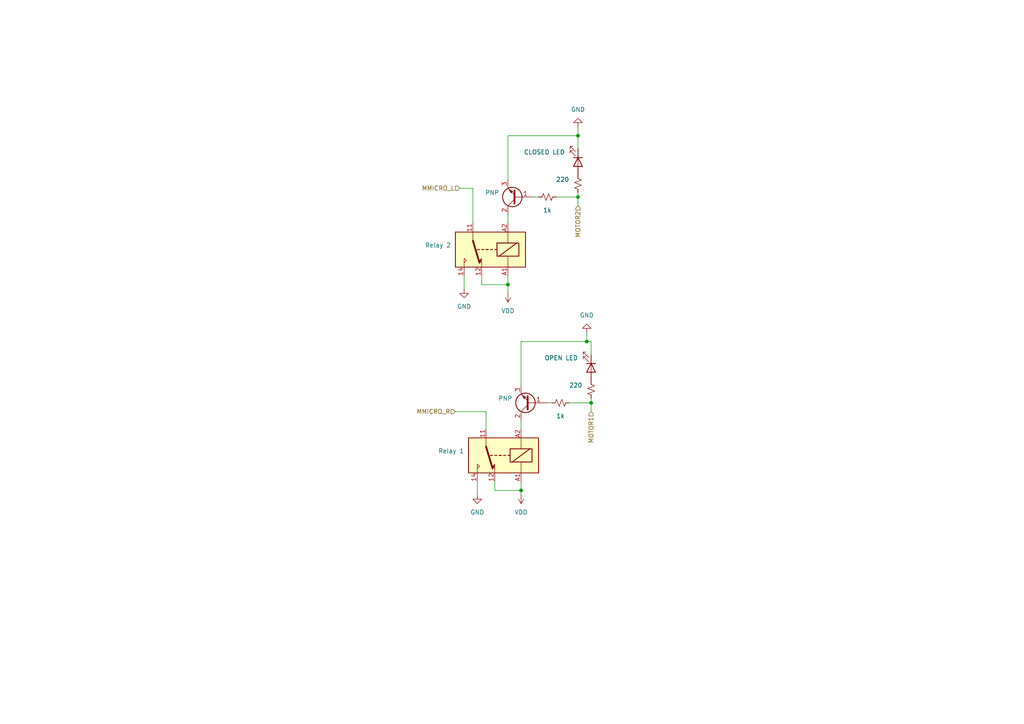
<source format=kicad_sch>
(kicad_sch
	(version 20250114)
	(generator "eeschema")
	(generator_version "9.0")
	(uuid "60effa49-9609-418a-a252-46075c017aea")
	(paper "A4")
	(lib_symbols
		(symbol "Device:LED"
			(pin_numbers
				(hide yes)
			)
			(pin_names
				(offset 1.016)
				(hide yes)
			)
			(exclude_from_sim no)
			(in_bom yes)
			(on_board yes)
			(property "Reference" "D"
				(at 0 2.54 0)
				(effects
					(font
						(size 1.27 1.27)
					)
				)
			)
			(property "Value" "LED"
				(at 0 -2.54 0)
				(effects
					(font
						(size 1.27 1.27)
					)
				)
			)
			(property "Footprint" ""
				(at 0 0 0)
				(effects
					(font
						(size 1.27 1.27)
					)
					(hide yes)
				)
			)
			(property "Datasheet" "~"
				(at 0 0 0)
				(effects
					(font
						(size 1.27 1.27)
					)
					(hide yes)
				)
			)
			(property "Description" "Light emitting diode"
				(at 0 0 0)
				(effects
					(font
						(size 1.27 1.27)
					)
					(hide yes)
				)
			)
			(property "ki_keywords" "LED diode"
				(at 0 0 0)
				(effects
					(font
						(size 1.27 1.27)
					)
					(hide yes)
				)
			)
			(property "ki_fp_filters" "LED* LED_SMD:* LED_THT:*"
				(at 0 0 0)
				(effects
					(font
						(size 1.27 1.27)
					)
					(hide yes)
				)
			)
			(symbol "LED_0_1"
				(polyline
					(pts
						(xy -3.048 -0.762) (xy -4.572 -2.286) (xy -3.81 -2.286) (xy -4.572 -2.286) (xy -4.572 -1.524)
					)
					(stroke
						(width 0)
						(type default)
					)
					(fill
						(type none)
					)
				)
				(polyline
					(pts
						(xy -1.778 -0.762) (xy -3.302 -2.286) (xy -2.54 -2.286) (xy -3.302 -2.286) (xy -3.302 -1.524)
					)
					(stroke
						(width 0)
						(type default)
					)
					(fill
						(type none)
					)
				)
				(polyline
					(pts
						(xy -1.27 0) (xy 1.27 0)
					)
					(stroke
						(width 0)
						(type default)
					)
					(fill
						(type none)
					)
				)
				(polyline
					(pts
						(xy -1.27 -1.27) (xy -1.27 1.27)
					)
					(stroke
						(width 0.254)
						(type default)
					)
					(fill
						(type none)
					)
				)
				(polyline
					(pts
						(xy 1.27 -1.27) (xy 1.27 1.27) (xy -1.27 0) (xy 1.27 -1.27)
					)
					(stroke
						(width 0.254)
						(type default)
					)
					(fill
						(type none)
					)
				)
			)
			(symbol "LED_1_1"
				(pin passive line
					(at -3.81 0 0)
					(length 2.54)
					(name "K"
						(effects
							(font
								(size 1.27 1.27)
							)
						)
					)
					(number "1"
						(effects
							(font
								(size 1.27 1.27)
							)
						)
					)
				)
				(pin passive line
					(at 3.81 0 180)
					(length 2.54)
					(name "A"
						(effects
							(font
								(size 1.27 1.27)
							)
						)
					)
					(number "2"
						(effects
							(font
								(size 1.27 1.27)
							)
						)
					)
				)
			)
			(embedded_fonts no)
		)
		(symbol "Device:R_Small_US"
			(pin_numbers
				(hide yes)
			)
			(pin_names
				(offset 0.254)
				(hide yes)
			)
			(exclude_from_sim no)
			(in_bom yes)
			(on_board yes)
			(property "Reference" "R"
				(at 0.762 0.508 0)
				(effects
					(font
						(size 1.27 1.27)
					)
					(justify left)
				)
			)
			(property "Value" "R_Small_US"
				(at 0.762 -1.016 0)
				(effects
					(font
						(size 1.27 1.27)
					)
					(justify left)
				)
			)
			(property "Footprint" ""
				(at 0 0 0)
				(effects
					(font
						(size 1.27 1.27)
					)
					(hide yes)
				)
			)
			(property "Datasheet" "~"
				(at 0 0 0)
				(effects
					(font
						(size 1.27 1.27)
					)
					(hide yes)
				)
			)
			(property "Description" "Resistor, small US symbol"
				(at 0 0 0)
				(effects
					(font
						(size 1.27 1.27)
					)
					(hide yes)
				)
			)
			(property "ki_keywords" "r resistor"
				(at 0 0 0)
				(effects
					(font
						(size 1.27 1.27)
					)
					(hide yes)
				)
			)
			(property "ki_fp_filters" "R_*"
				(at 0 0 0)
				(effects
					(font
						(size 1.27 1.27)
					)
					(hide yes)
				)
			)
			(symbol "R_Small_US_1_1"
				(polyline
					(pts
						(xy 0 1.524) (xy 1.016 1.143) (xy 0 0.762) (xy -1.016 0.381) (xy 0 0)
					)
					(stroke
						(width 0)
						(type default)
					)
					(fill
						(type none)
					)
				)
				(polyline
					(pts
						(xy 0 0) (xy 1.016 -0.381) (xy 0 -0.762) (xy -1.016 -1.143) (xy 0 -1.524)
					)
					(stroke
						(width 0)
						(type default)
					)
					(fill
						(type none)
					)
				)
				(pin passive line
					(at 0 2.54 270)
					(length 1.016)
					(name "~"
						(effects
							(font
								(size 1.27 1.27)
							)
						)
					)
					(number "1"
						(effects
							(font
								(size 1.27 1.27)
							)
						)
					)
				)
				(pin passive line
					(at 0 -2.54 90)
					(length 1.016)
					(name "~"
						(effects
							(font
								(size 1.27 1.27)
							)
						)
					)
					(number "2"
						(effects
							(font
								(size 1.27 1.27)
							)
						)
					)
				)
			)
			(embedded_fonts no)
		)
		(symbol "Relay:FINDER-36.11"
			(exclude_from_sim no)
			(in_bom yes)
			(on_board yes)
			(property "Reference" "K"
				(at 11.43 3.81 0)
				(effects
					(font
						(size 1.27 1.27)
					)
					(justify left)
				)
			)
			(property "Value" "FINDER-36.11"
				(at 11.43 1.27 0)
				(effects
					(font
						(size 1.27 1.27)
					)
					(justify left)
				)
			)
			(property "Footprint" "Relay_THT:Relay_SPDT_Finder_36.11"
				(at 32.258 -0.762 0)
				(effects
					(font
						(size 1.27 1.27)
					)
					(hide yes)
				)
			)
			(property "Datasheet" "https://gfinder.findernet.com/public/attachments/36/EN/S36EN.pdf"
				(at 0 0 0)
				(effects
					(font
						(size 1.27 1.27)
					)
					(hide yes)
				)
			)
			(property "Description" "FINDER 36.11, SPDT relay, 10A"
				(at 0 0 0)
				(effects
					(font
						(size 1.27 1.27)
					)
					(hide yes)
				)
			)
			(property "ki_keywords" "spdt relay"
				(at 0 0 0)
				(effects
					(font
						(size 1.27 1.27)
					)
					(hide yes)
				)
			)
			(property "ki_fp_filters" "Relay*SPDT*Finder*36.11*"
				(at 0 0 0)
				(effects
					(font
						(size 1.27 1.27)
					)
					(hide yes)
				)
			)
			(symbol "FINDER-36.11_0_0"
				(polyline
					(pts
						(xy 2.54 3.81) (xy 2.54 5.08)
					)
					(stroke
						(width 0)
						(type default)
					)
					(fill
						(type none)
					)
				)
				(polyline
					(pts
						(xy 7.62 3.81) (xy 7.62 5.08)
					)
					(stroke
						(width 0)
						(type default)
					)
					(fill
						(type none)
					)
				)
				(polyline
					(pts
						(xy 7.62 3.81) (xy 7.62 2.54) (xy 6.985 3.175) (xy 7.62 3.81)
					)
					(stroke
						(width 0)
						(type default)
					)
					(fill
						(type none)
					)
				)
			)
			(symbol "FINDER-36.11_0_1"
				(rectangle
					(start -10.16 5.08)
					(end 10.16 -5.08)
					(stroke
						(width 0.254)
						(type default)
					)
					(fill
						(type background)
					)
				)
				(rectangle
					(start -8.255 1.905)
					(end -1.905 -1.905)
					(stroke
						(width 0.254)
						(type default)
					)
					(fill
						(type none)
					)
				)
				(polyline
					(pts
						(xy -7.62 -1.905) (xy -2.54 1.905)
					)
					(stroke
						(width 0.254)
						(type default)
					)
					(fill
						(type none)
					)
				)
				(polyline
					(pts
						(xy -5.08 5.08) (xy -5.08 1.905)
					)
					(stroke
						(width 0)
						(type default)
					)
					(fill
						(type none)
					)
				)
				(polyline
					(pts
						(xy -5.08 -5.08) (xy -5.08 -1.905)
					)
					(stroke
						(width 0)
						(type default)
					)
					(fill
						(type none)
					)
				)
				(polyline
					(pts
						(xy -1.905 0) (xy -1.27 0)
					)
					(stroke
						(width 0.254)
						(type default)
					)
					(fill
						(type none)
					)
				)
				(polyline
					(pts
						(xy -0.635 0) (xy 0 0)
					)
					(stroke
						(width 0.254)
						(type default)
					)
					(fill
						(type none)
					)
				)
				(polyline
					(pts
						(xy 0.635 0) (xy 1.27 0)
					)
					(stroke
						(width 0.254)
						(type default)
					)
					(fill
						(type none)
					)
				)
				(polyline
					(pts
						(xy 0.635 0) (xy 1.27 0)
					)
					(stroke
						(width 0.254)
						(type default)
					)
					(fill
						(type none)
					)
				)
				(polyline
					(pts
						(xy 1.905 0) (xy 2.54 0)
					)
					(stroke
						(width 0.254)
						(type default)
					)
					(fill
						(type none)
					)
				)
				(polyline
					(pts
						(xy 2.54 2.54) (xy 3.175 3.175) (xy 2.54 3.81)
					)
					(stroke
						(width 0)
						(type default)
					)
					(fill
						(type outline)
					)
				)
				(polyline
					(pts
						(xy 3.175 0) (xy 3.81 0)
					)
					(stroke
						(width 0.254)
						(type default)
					)
					(fill
						(type none)
					)
				)
				(polyline
					(pts
						(xy 5.08 -2.54) (xy 3.175 3.81)
					)
					(stroke
						(width 0.508)
						(type default)
					)
					(fill
						(type none)
					)
				)
				(polyline
					(pts
						(xy 5.08 -2.54) (xy 5.08 -5.08)
					)
					(stroke
						(width 0)
						(type default)
					)
					(fill
						(type none)
					)
				)
			)
			(symbol "FINDER-36.11_1_1"
				(pin passive line
					(at -5.08 7.62 270)
					(length 2.54)
					(name "~"
						(effects
							(font
								(size 1.27 1.27)
							)
						)
					)
					(number "A1"
						(effects
							(font
								(size 1.27 1.27)
							)
						)
					)
				)
				(pin passive line
					(at -5.08 -7.62 90)
					(length 2.54)
					(name "~"
						(effects
							(font
								(size 1.27 1.27)
							)
						)
					)
					(number "A2"
						(effects
							(font
								(size 1.27 1.27)
							)
						)
					)
				)
				(pin passive line
					(at 2.54 7.62 270)
					(length 2.54)
					(name "~"
						(effects
							(font
								(size 1.27 1.27)
							)
						)
					)
					(number "12"
						(effects
							(font
								(size 1.27 1.27)
							)
						)
					)
				)
				(pin passive line
					(at 5.08 -7.62 90)
					(length 2.54)
					(name "~"
						(effects
							(font
								(size 1.27 1.27)
							)
						)
					)
					(number "11"
						(effects
							(font
								(size 1.27 1.27)
							)
						)
					)
				)
				(pin passive line
					(at 7.62 7.62 270)
					(length 2.54)
					(name "~"
						(effects
							(font
								(size 1.27 1.27)
							)
						)
					)
					(number "14"
						(effects
							(font
								(size 1.27 1.27)
							)
						)
					)
				)
			)
			(embedded_fonts no)
		)
		(symbol "Transistor_BJT:PZT2222A"
			(pin_names
				(offset 0)
				(hide yes)
			)
			(exclude_from_sim no)
			(in_bom yes)
			(on_board yes)
			(property "Reference" "Q"
				(at 5.08 1.905 0)
				(effects
					(font
						(size 1.27 1.27)
					)
					(justify left)
				)
			)
			(property "Value" "PZT2222A"
				(at 5.08 0 0)
				(effects
					(font
						(size 1.27 1.27)
					)
					(justify left)
				)
			)
			(property "Footprint" "Package_TO_SOT_SMD:SOT-223-3_TabPin2"
				(at 5.08 -1.905 0)
				(effects
					(font
						(size 1.27 1.27)
						(italic yes)
					)
					(justify left)
					(hide yes)
				)
			)
			(property "Datasheet" "https://www.onsemi.com/pub/Collateral/PN2222-D.PDF"
				(at 0 0 0)
				(effects
					(font
						(size 1.27 1.27)
					)
					(justify left)
					(hide yes)
				)
			)
			(property "Description" "1A Ic, 40V Vce, NPN Transistor, General Purpose Transistor, SOT-223"
				(at 0 0 0)
				(effects
					(font
						(size 1.27 1.27)
					)
					(hide yes)
				)
			)
			(property "ki_keywords" "NPN General Puprose Transistor SMD"
				(at 0 0 0)
				(effects
					(font
						(size 1.27 1.27)
					)
					(hide yes)
				)
			)
			(property "ki_fp_filters" "SOT?223*"
				(at 0 0 0)
				(effects
					(font
						(size 1.27 1.27)
					)
					(hide yes)
				)
			)
			(symbol "PZT2222A_0_1"
				(polyline
					(pts
						(xy 0 0) (xy 0.635 0)
					)
					(stroke
						(width 0)
						(type default)
					)
					(fill
						(type none)
					)
				)
				(polyline
					(pts
						(xy 0.635 1.905) (xy 0.635 -1.905) (xy 0.635 -1.905)
					)
					(stroke
						(width 0.508)
						(type default)
					)
					(fill
						(type none)
					)
				)
				(polyline
					(pts
						(xy 1.143 -1.651) (xy 1.651 -1.143) (xy 2.159 -2.159) (xy 1.143 -1.651) (xy 1.143 -1.651)
					)
					(stroke
						(width 0)
						(type default)
					)
					(fill
						(type outline)
					)
				)
				(circle
					(center 1.27 0)
					(radius 2.8194)
					(stroke
						(width 0.254)
						(type default)
					)
					(fill
						(type none)
					)
				)
				(polyline
					(pts
						(xy 2.286 -2.286) (xy 1.778 -1.778) (xy 1.778 -1.778)
					)
					(stroke
						(width 0)
						(type default)
					)
					(fill
						(type none)
					)
				)
				(polyline
					(pts
						(xy 2.54 2.54) (xy 0.635 0.635)
					)
					(stroke
						(width 0)
						(type default)
					)
					(fill
						(type none)
					)
				)
				(polyline
					(pts
						(xy 2.54 -2.54) (xy 0.635 -0.635)
					)
					(stroke
						(width 0)
						(type default)
					)
					(fill
						(type none)
					)
				)
			)
			(symbol "PZT2222A_1_1"
				(pin input line
					(at -5.08 0 0)
					(length 5.08)
					(name "B"
						(effects
							(font
								(size 1.27 1.27)
							)
						)
					)
					(number "1"
						(effects
							(font
								(size 1.27 1.27)
							)
						)
					)
				)
				(pin passive line
					(at 2.54 5.08 270)
					(length 2.54)
					(name "C"
						(effects
							(font
								(size 1.27 1.27)
							)
						)
					)
					(number "2"
						(effects
							(font
								(size 1.27 1.27)
							)
						)
					)
				)
				(pin passive line
					(at 2.54 -5.08 90)
					(length 2.54)
					(name "E"
						(effects
							(font
								(size 1.27 1.27)
							)
						)
					)
					(number "3"
						(effects
							(font
								(size 1.27 1.27)
							)
						)
					)
				)
			)
			(embedded_fonts no)
		)
		(symbol "power:GND"
			(power)
			(pin_numbers
				(hide yes)
			)
			(pin_names
				(offset 0)
				(hide yes)
			)
			(exclude_from_sim no)
			(in_bom yes)
			(on_board yes)
			(property "Reference" "#PWR"
				(at 0 -6.35 0)
				(effects
					(font
						(size 1.27 1.27)
					)
					(hide yes)
				)
			)
			(property "Value" "GND"
				(at 0 -3.81 0)
				(effects
					(font
						(size 1.27 1.27)
					)
				)
			)
			(property "Footprint" ""
				(at 0 0 0)
				(effects
					(font
						(size 1.27 1.27)
					)
					(hide yes)
				)
			)
			(property "Datasheet" ""
				(at 0 0 0)
				(effects
					(font
						(size 1.27 1.27)
					)
					(hide yes)
				)
			)
			(property "Description" "Power symbol creates a global label with name \"GND\" , ground"
				(at 0 0 0)
				(effects
					(font
						(size 1.27 1.27)
					)
					(hide yes)
				)
			)
			(property "ki_keywords" "global power"
				(at 0 0 0)
				(effects
					(font
						(size 1.27 1.27)
					)
					(hide yes)
				)
			)
			(symbol "GND_0_1"
				(polyline
					(pts
						(xy 0 0) (xy 0 -1.27) (xy 1.27 -1.27) (xy 0 -2.54) (xy -1.27 -1.27) (xy 0 -1.27)
					)
					(stroke
						(width 0)
						(type default)
					)
					(fill
						(type none)
					)
				)
			)
			(symbol "GND_1_1"
				(pin power_in line
					(at 0 0 270)
					(length 0)
					(name "~"
						(effects
							(font
								(size 1.27 1.27)
							)
						)
					)
					(number "1"
						(effects
							(font
								(size 1.27 1.27)
							)
						)
					)
				)
			)
			(embedded_fonts no)
		)
		(symbol "power:VDD"
			(power)
			(pin_numbers
				(hide yes)
			)
			(pin_names
				(offset 0)
				(hide yes)
			)
			(exclude_from_sim no)
			(in_bom yes)
			(on_board yes)
			(property "Reference" "#PWR"
				(at 0 -3.81 0)
				(effects
					(font
						(size 1.27 1.27)
					)
					(hide yes)
				)
			)
			(property "Value" "VDD"
				(at 0 3.556 0)
				(effects
					(font
						(size 1.27 1.27)
					)
				)
			)
			(property "Footprint" ""
				(at 0 0 0)
				(effects
					(font
						(size 1.27 1.27)
					)
					(hide yes)
				)
			)
			(property "Datasheet" ""
				(at 0 0 0)
				(effects
					(font
						(size 1.27 1.27)
					)
					(hide yes)
				)
			)
			(property "Description" "Power symbol creates a global label with name \"VDD\""
				(at 0 0 0)
				(effects
					(font
						(size 1.27 1.27)
					)
					(hide yes)
				)
			)
			(property "ki_keywords" "global power"
				(at 0 0 0)
				(effects
					(font
						(size 1.27 1.27)
					)
					(hide yes)
				)
			)
			(symbol "VDD_0_1"
				(polyline
					(pts
						(xy -0.762 1.27) (xy 0 2.54)
					)
					(stroke
						(width 0)
						(type default)
					)
					(fill
						(type none)
					)
				)
				(polyline
					(pts
						(xy 0 2.54) (xy 0.762 1.27)
					)
					(stroke
						(width 0)
						(type default)
					)
					(fill
						(type none)
					)
				)
				(polyline
					(pts
						(xy 0 0) (xy 0 2.54)
					)
					(stroke
						(width 0)
						(type default)
					)
					(fill
						(type none)
					)
				)
			)
			(symbol "VDD_1_1"
				(pin power_in line
					(at 0 0 90)
					(length 0)
					(name "~"
						(effects
							(font
								(size 1.27 1.27)
							)
						)
					)
					(number "1"
						(effects
							(font
								(size 1.27 1.27)
							)
						)
					)
				)
			)
			(embedded_fonts no)
		)
	)
	(junction
		(at 147.32 82.55)
		(diameter 0)
		(color 0 0 0 0)
		(uuid "22b56f68-da36-49c2-83db-c04fd4285f5a")
	)
	(junction
		(at 167.64 57.15)
		(diameter 0)
		(color 0 0 0 0)
		(uuid "54887207-2476-4786-8225-4bf92e70a450")
	)
	(junction
		(at 170.18 99.06)
		(diameter 0)
		(color 0 0 0 0)
		(uuid "561213c9-2a5f-42c7-98bc-f4b27cc9dcd9")
	)
	(junction
		(at 151.13 142.24)
		(diameter 0)
		(color 0 0 0 0)
		(uuid "5bc07159-fa00-4d8a-b85f-886902cc417f")
	)
	(junction
		(at 167.64 39.37)
		(diameter 0)
		(color 0 0 0 0)
		(uuid "b17af54d-c0ce-465b-bafd-3ca5f802bc45")
	)
	(junction
		(at 171.45 116.84)
		(diameter 0)
		(color 0 0 0 0)
		(uuid "e0e8c5fe-ccee-4fb1-8247-88dff42fdbae")
	)
	(wire
		(pts
			(xy 147.32 82.55) (xy 147.32 85.09)
		)
		(stroke
			(width 0)
			(type default)
		)
		(uuid "04d33e46-829e-498a-bd1b-9a49cd1acc91")
	)
	(wire
		(pts
			(xy 143.51 142.24) (xy 151.13 142.24)
		)
		(stroke
			(width 0)
			(type default)
		)
		(uuid "090b7fc3-e456-44c3-ab40-af243f926f3c")
	)
	(wire
		(pts
			(xy 167.64 55.88) (xy 167.64 57.15)
		)
		(stroke
			(width 0)
			(type default)
		)
		(uuid "20960f24-e64e-4516-bc87-52d5e2772124")
	)
	(wire
		(pts
			(xy 171.45 99.06) (xy 170.18 99.06)
		)
		(stroke
			(width 0)
			(type default)
		)
		(uuid "2218a9e0-2ba5-47fa-9eb5-8cb9dfe25ab7")
	)
	(wire
		(pts
			(xy 167.64 43.18) (xy 167.64 39.37)
		)
		(stroke
			(width 0)
			(type default)
		)
		(uuid "240337e1-8868-44b5-9293-071788158e3e")
	)
	(wire
		(pts
			(xy 147.32 39.37) (xy 167.64 39.37)
		)
		(stroke
			(width 0)
			(type default)
		)
		(uuid "24e490cc-21fa-4576-87d9-a98e81c55181")
	)
	(wire
		(pts
			(xy 167.64 59.69) (xy 167.64 57.15)
		)
		(stroke
			(width 0)
			(type default)
		)
		(uuid "288e52ea-a3e1-422c-bdb6-8ee44ad1bccd")
	)
	(wire
		(pts
			(xy 156.21 57.15) (xy 154.94 57.15)
		)
		(stroke
			(width 0)
			(type default)
		)
		(uuid "4762e8e7-aa11-4966-b77d-8cd13ff154b5")
	)
	(wire
		(pts
			(xy 147.32 80.01) (xy 147.32 82.55)
		)
		(stroke
			(width 0)
			(type default)
		)
		(uuid "5236d0b3-51e7-4941-ad06-ec396294b0ac")
	)
	(wire
		(pts
			(xy 147.32 62.23) (xy 147.32 64.77)
		)
		(stroke
			(width 0)
			(type default)
		)
		(uuid "58a9a9c0-824a-481d-b08f-c4cbbb1d3bb3")
	)
	(wire
		(pts
			(xy 160.02 116.84) (xy 158.75 116.84)
		)
		(stroke
			(width 0)
			(type default)
		)
		(uuid "5eb512d3-694d-4dd7-8013-24e803555f88")
	)
	(wire
		(pts
			(xy 171.45 119.38) (xy 171.45 116.84)
		)
		(stroke
			(width 0)
			(type default)
		)
		(uuid "62b28150-1222-483d-b1d0-22405f972212")
	)
	(wire
		(pts
			(xy 170.18 99.06) (xy 170.18 96.52)
		)
		(stroke
			(width 0)
			(type default)
		)
		(uuid "67b5a06a-5cae-4f59-8895-4a795165b7a1")
	)
	(wire
		(pts
			(xy 171.45 115.57) (xy 171.45 116.84)
		)
		(stroke
			(width 0)
			(type default)
		)
		(uuid "6b5d3cc7-d987-4feb-90f6-e396e1a94a36")
	)
	(wire
		(pts
			(xy 132.08 119.38) (xy 140.97 119.38)
		)
		(stroke
			(width 0)
			(type default)
		)
		(uuid "7065527d-962d-415a-bcaa-2b12088901c5")
	)
	(wire
		(pts
			(xy 139.7 80.01) (xy 139.7 82.55)
		)
		(stroke
			(width 0)
			(type default)
		)
		(uuid "752a2965-edef-4971-b98f-8e30b1c07753")
	)
	(wire
		(pts
			(xy 167.64 39.37) (xy 167.64 36.83)
		)
		(stroke
			(width 0)
			(type default)
		)
		(uuid "7651d260-4514-4a7b-bb9c-112af9ea0d08")
	)
	(wire
		(pts
			(xy 138.43 143.51) (xy 138.43 139.7)
		)
		(stroke
			(width 0)
			(type default)
		)
		(uuid "7aeeca32-33ec-4c03-b5a2-ceb5e7cb1f5f")
	)
	(wire
		(pts
			(xy 140.97 119.38) (xy 140.97 124.46)
		)
		(stroke
			(width 0)
			(type default)
		)
		(uuid "826b76c8-ccac-4619-87f3-18a6e958ea0d")
	)
	(wire
		(pts
			(xy 165.1 116.84) (xy 171.45 116.84)
		)
		(stroke
			(width 0)
			(type default)
		)
		(uuid "8e16d844-fe03-4920-a429-c8467b12f7ca")
	)
	(wire
		(pts
			(xy 151.13 99.06) (xy 151.13 111.76)
		)
		(stroke
			(width 0)
			(type default)
		)
		(uuid "96171acf-e93f-4bdf-b898-59bf4f7859c3")
	)
	(wire
		(pts
			(xy 134.62 83.82) (xy 134.62 80.01)
		)
		(stroke
			(width 0)
			(type default)
		)
		(uuid "a2535672-bf36-4a2f-b080-949d5c9a2eac")
	)
	(wire
		(pts
			(xy 151.13 99.06) (xy 170.18 99.06)
		)
		(stroke
			(width 0)
			(type default)
		)
		(uuid "a5e27b21-0e63-4e05-a884-014c7b9a33ef")
	)
	(wire
		(pts
			(xy 151.13 142.24) (xy 151.13 143.51)
		)
		(stroke
			(width 0)
			(type default)
		)
		(uuid "b1136de7-3786-46de-b798-890084b135bf")
	)
	(wire
		(pts
			(xy 151.13 139.7) (xy 151.13 142.24)
		)
		(stroke
			(width 0)
			(type default)
		)
		(uuid "b175cac4-1bb0-4b12-98ea-4e3fd9e56fbf")
	)
	(wire
		(pts
			(xy 137.16 54.61) (xy 137.16 64.77)
		)
		(stroke
			(width 0)
			(type default)
		)
		(uuid "b1f33d61-9d20-404e-b881-ca239108f9ef")
	)
	(wire
		(pts
			(xy 139.7 82.55) (xy 147.32 82.55)
		)
		(stroke
			(width 0)
			(type default)
		)
		(uuid "bcd55d8b-549d-4aa0-8a97-ada899444eff")
	)
	(wire
		(pts
			(xy 161.29 57.15) (xy 167.64 57.15)
		)
		(stroke
			(width 0)
			(type default)
		)
		(uuid "c207ede2-f4b3-4284-a552-cfdbe6eebd68")
	)
	(wire
		(pts
			(xy 143.51 139.7) (xy 143.51 142.24)
		)
		(stroke
			(width 0)
			(type default)
		)
		(uuid "c2c2cf9e-c8af-42c6-8c0a-363fed5c9f8e")
	)
	(wire
		(pts
			(xy 137.16 54.61) (xy 133.35 54.61)
		)
		(stroke
			(width 0)
			(type default)
		)
		(uuid "d01fbdc8-e642-4b18-a769-1d84c9372fc0")
	)
	(wire
		(pts
			(xy 151.13 121.92) (xy 151.13 124.46)
		)
		(stroke
			(width 0)
			(type default)
		)
		(uuid "d487787b-703c-4c5d-b98f-7e5eee82a9e7")
	)
	(wire
		(pts
			(xy 171.45 102.87) (xy 171.45 99.06)
		)
		(stroke
			(width 0)
			(type default)
		)
		(uuid "dd83c011-0f28-4232-968d-b26489f95021")
	)
	(wire
		(pts
			(xy 147.32 39.37) (xy 147.32 52.07)
		)
		(stroke
			(width 0)
			(type default)
		)
		(uuid "ec7a9b39-d5d6-4e74-afee-472ad4c47bcb")
	)
	(hierarchical_label "MOTOR1"
		(shape input)
		(at 171.45 119.38 270)
		(effects
			(font
				(size 1.27 1.27)
			)
			(justify right)
		)
		(uuid "98e1d8be-46a9-402b-ac0f-12483066a078")
	)
	(hierarchical_label "MMICRO_R"
		(shape input)
		(at 132.08 119.38 180)
		(effects
			(font
				(size 1.27 1.27)
			)
			(justify right)
		)
		(uuid "c4966b13-6478-4620-8e43-cbc3e5f6f2f9")
	)
	(hierarchical_label "MMICRO_L"
		(shape input)
		(at 133.35 54.61 180)
		(effects
			(font
				(size 1.27 1.27)
			)
			(justify right)
		)
		(uuid "cf4a55a1-ac12-467a-bd1e-1425af98482b")
	)
	(hierarchical_label "MOTOR2"
		(shape input)
		(at 167.64 59.69 270)
		(effects
			(font
				(size 1.27 1.27)
			)
			(justify right)
		)
		(uuid "e34c62da-a433-44e2-8ce0-d17f036acf8b")
	)
	(symbol
		(lib_id "power:VDD")
		(at 151.13 143.51 180)
		(unit 1)
		(exclude_from_sim no)
		(in_bom yes)
		(on_board yes)
		(dnp no)
		(fields_autoplaced yes)
		(uuid "218c7ad4-62b3-4d07-9de7-7311882fa0d3")
		(property "Reference" "#PWR?"
			(at 151.13 139.7 0)
			(effects
				(font
					(size 1.27 1.27)
				)
				(hide yes)
			)
		)
		(property "Value" "VDD"
			(at 151.13 148.59 0)
			(effects
				(font
					(size 1.27 1.27)
				)
			)
		)
		(property "Footprint" ""
			(at 151.13 143.51 0)
			(effects
				(font
					(size 1.27 1.27)
				)
				(hide yes)
			)
		)
		(property "Datasheet" ""
			(at 151.13 143.51 0)
			(effects
				(font
					(size 1.27 1.27)
				)
				(hide yes)
			)
		)
		(property "Description" "Power symbol creates a global label with name \"VDD\""
			(at 151.13 143.51 0)
			(effects
				(font
					(size 1.27 1.27)
				)
				(hide yes)
			)
		)
		(pin "1"
			(uuid "8af8caec-1ff0-4538-afc6-d84c2df9b89d")
		)
		(instances
			(project "Proyecto board puerta"
				(path "/10750c3a-d383-45d6-b98c-cd879b600e84/470d22ce-1fe2-4179-8d6b-55797b69dbf4/842155f9-e599-44a4-a3e5-6e181bbdea1b"
					(reference "#PWR16")
					(unit 1)
				)
			)
			(project "Board_Micro"
				(path "/3cb296a1-9e0c-4907-aed5-6e47af9676c7/842155f9-e599-44a4-a3e5-6e181bbdea1b"
					(reference "#PWR?")
					(unit 1)
				)
			)
			(project "motor_driver_rly"
				(path "/60effa49-9609-418a-a252-46075c017aea"
					(reference "#PWR?")
					(unit 1)
				)
			)
		)
	)
	(symbol
		(lib_id "power:GND")
		(at 167.64 36.83 180)
		(unit 1)
		(exclude_from_sim no)
		(in_bom yes)
		(on_board yes)
		(dnp no)
		(fields_autoplaced yes)
		(uuid "22b4c582-a2c8-4770-ae32-9b91b00fdb78")
		(property "Reference" "#PWR?"
			(at 167.64 30.48 0)
			(effects
				(font
					(size 1.27 1.27)
				)
				(hide yes)
			)
		)
		(property "Value" "GND"
			(at 167.64 31.75 0)
			(effects
				(font
					(size 1.27 1.27)
				)
			)
		)
		(property "Footprint" ""
			(at 167.64 36.83 0)
			(effects
				(font
					(size 1.27 1.27)
				)
				(hide yes)
			)
		)
		(property "Datasheet" ""
			(at 167.64 36.83 0)
			(effects
				(font
					(size 1.27 1.27)
				)
				(hide yes)
			)
		)
		(property "Description" "Power symbol creates a global label with name \"GND\" , ground"
			(at 167.64 36.83 0)
			(effects
				(font
					(size 1.27 1.27)
				)
				(hide yes)
			)
		)
		(pin "1"
			(uuid "eb495bd4-0e1b-495d-9492-f309f40c2551")
		)
		(instances
			(project "Proyecto board puerta"
				(path "/10750c3a-d383-45d6-b98c-cd879b600e84/470d22ce-1fe2-4179-8d6b-55797b69dbf4/842155f9-e599-44a4-a3e5-6e181bbdea1b"
					(reference "#PWR13")
					(unit 1)
				)
			)
			(project "Board_Micro"
				(path "/3cb296a1-9e0c-4907-aed5-6e47af9676c7/842155f9-e599-44a4-a3e5-6e181bbdea1b"
					(reference "#PWR?")
					(unit 1)
				)
			)
			(project "motor_driver_rly"
				(path "/60effa49-9609-418a-a252-46075c017aea"
					(reference "#PWR?")
					(unit 1)
				)
			)
		)
	)
	(symbol
		(lib_id "Device:LED")
		(at 171.45 106.68 270)
		(unit 1)
		(exclude_from_sim no)
		(in_bom yes)
		(on_board yes)
		(dnp no)
		(fields_autoplaced yes)
		(uuid "24e0c933-f678-431a-8459-0408cc23f360")
		(property "Reference" "D?"
			(at 167.64 106.3626 90)
			(effects
				(font
					(size 1.27 1.27)
				)
				(justify right)
				(hide yes)
			)
		)
		(property "Value" "OPEN LED"
			(at 167.64 103.8226 90)
			(effects
				(font
					(size 1.27 1.27)
				)
				(justify right)
			)
		)
		(property "Footprint" "LED_SMD:LED_0402_1005Metric"
			(at 171.45 106.68 0)
			(effects
				(font
					(size 1.27 1.27)
				)
				(hide yes)
			)
		)
		(property "Datasheet" "~"
			(at 171.45 106.68 0)
			(effects
				(font
					(size 1.27 1.27)
				)
				(hide yes)
			)
		)
		(property "Description" "Light emitting diode"
			(at 171.45 106.68 0)
			(effects
				(font
					(size 1.27 1.27)
				)
				(hide yes)
			)
		)
		(pin "1"
			(uuid "95c9a6a8-e5e4-48b3-b337-ee8b5d1cb8ba")
		)
		(pin "2"
			(uuid "c2103ba2-0537-41d1-a635-91b2284396ec")
		)
		(instances
			(project "Proyecto board puerta"
				(path "/10750c3a-d383-45d6-b98c-cd879b600e84/470d22ce-1fe2-4179-8d6b-55797b69dbf4/842155f9-e599-44a4-a3e5-6e181bbdea1b"
					(reference "D5")
					(unit 1)
				)
			)
			(project "Board_Micro"
				(path "/3cb296a1-9e0c-4907-aed5-6e47af9676c7/842155f9-e599-44a4-a3e5-6e181bbdea1b"
					(reference "D?")
					(unit 1)
				)
			)
			(project "motor_driver_rly"
				(path "/60effa49-9609-418a-a252-46075c017aea"
					(reference "D?")
					(unit 1)
				)
			)
		)
	)
	(symbol
		(lib_id "power:GND")
		(at 134.62 83.82 0)
		(unit 1)
		(exclude_from_sim no)
		(in_bom yes)
		(on_board yes)
		(dnp no)
		(fields_autoplaced yes)
		(uuid "484eca29-9a18-4098-bcee-3203cacff102")
		(property "Reference" "#PWR?"
			(at 134.62 90.17 0)
			(effects
				(font
					(size 1.27 1.27)
				)
				(hide yes)
			)
		)
		(property "Value" "GND"
			(at 134.62 88.9 0)
			(effects
				(font
					(size 1.27 1.27)
				)
			)
		)
		(property "Footprint" ""
			(at 134.62 83.82 0)
			(effects
				(font
					(size 1.27 1.27)
				)
				(hide yes)
			)
		)
		(property "Datasheet" ""
			(at 134.62 83.82 0)
			(effects
				(font
					(size 1.27 1.27)
				)
				(hide yes)
			)
		)
		(property "Description" "Power symbol creates a global label with name \"GND\" , ground"
			(at 134.62 83.82 0)
			(effects
				(font
					(size 1.27 1.27)
				)
				(hide yes)
			)
		)
		(pin "1"
			(uuid "b92be355-d971-45c4-a812-54d130f393d4")
		)
		(instances
			(project "Proyecto board puerta"
				(path "/10750c3a-d383-45d6-b98c-cd879b600e84/470d22ce-1fe2-4179-8d6b-55797b69dbf4/842155f9-e599-44a4-a3e5-6e181bbdea1b"
					(reference "#PWR2")
					(unit 1)
				)
			)
			(project "Board_Micro"
				(path "/3cb296a1-9e0c-4907-aed5-6e47af9676c7/842155f9-e599-44a4-a3e5-6e181bbdea1b"
					(reference "#PWR?")
					(unit 1)
				)
			)
			(project "motor_driver_rly"
				(path "/60effa49-9609-418a-a252-46075c017aea"
					(reference "#PWR?")
					(unit 1)
				)
			)
		)
	)
	(symbol
		(lib_id "power:GND")
		(at 170.18 96.52 180)
		(unit 1)
		(exclude_from_sim no)
		(in_bom yes)
		(on_board yes)
		(dnp no)
		(fields_autoplaced yes)
		(uuid "6907484b-7be9-4392-8975-97461835ec2a")
		(property "Reference" "#PWR?"
			(at 170.18 90.17 0)
			(effects
				(font
					(size 1.27 1.27)
				)
				(hide yes)
			)
		)
		(property "Value" "GND"
			(at 170.18 91.44 0)
			(effects
				(font
					(size 1.27 1.27)
				)
			)
		)
		(property "Footprint" ""
			(at 170.18 96.52 0)
			(effects
				(font
					(size 1.27 1.27)
				)
				(hide yes)
			)
		)
		(property "Datasheet" ""
			(at 170.18 96.52 0)
			(effects
				(font
					(size 1.27 1.27)
				)
				(hide yes)
			)
		)
		(property "Description" "Power symbol creates a global label with name \"GND\" , ground"
			(at 170.18 96.52 0)
			(effects
				(font
					(size 1.27 1.27)
				)
				(hide yes)
			)
		)
		(pin "1"
			(uuid "03432911-59b5-4bdc-ab4a-2945f7a8f20d")
		)
		(instances
			(project "Proyecto board puerta"
				(path "/10750c3a-d383-45d6-b98c-cd879b600e84/470d22ce-1fe2-4179-8d6b-55797b69dbf4/842155f9-e599-44a4-a3e5-6e181bbdea1b"
					(reference "#PWR48")
					(unit 1)
				)
			)
			(project "Board_Micro"
				(path "/3cb296a1-9e0c-4907-aed5-6e47af9676c7/842155f9-e599-44a4-a3e5-6e181bbdea1b"
					(reference "#PWR?")
					(unit 1)
				)
			)
			(project "motor_driver_rly"
				(path "/60effa49-9609-418a-a252-46075c017aea"
					(reference "#PWR?")
					(unit 1)
				)
			)
		)
	)
	(symbol
		(lib_id "power:VDD")
		(at 147.32 85.09 180)
		(unit 1)
		(exclude_from_sim no)
		(in_bom yes)
		(on_board yes)
		(dnp no)
		(fields_autoplaced yes)
		(uuid "813af0fc-cde4-4efd-a989-ce57c3887f6e")
		(property "Reference" "#PWR?"
			(at 147.32 81.28 0)
			(effects
				(font
					(size 1.27 1.27)
				)
				(hide yes)
			)
		)
		(property "Value" "VDD"
			(at 147.32 90.17 0)
			(effects
				(font
					(size 1.27 1.27)
				)
			)
		)
		(property "Footprint" ""
			(at 147.32 85.09 0)
			(effects
				(font
					(size 1.27 1.27)
				)
				(hide yes)
			)
		)
		(property "Datasheet" ""
			(at 147.32 85.09 0)
			(effects
				(font
					(size 1.27 1.27)
				)
				(hide yes)
			)
		)
		(property "Description" "Power symbol creates a global label with name \"VDD\""
			(at 147.32 85.09 0)
			(effects
				(font
					(size 1.27 1.27)
				)
				(hide yes)
			)
		)
		(pin "1"
			(uuid "e08a76b6-c3e8-41b0-9bb7-6a849b823693")
		)
		(instances
			(project "Proyecto board puerta"
				(path "/10750c3a-d383-45d6-b98c-cd879b600e84/470d22ce-1fe2-4179-8d6b-55797b69dbf4/842155f9-e599-44a4-a3e5-6e181bbdea1b"
					(reference "#PWR15")
					(unit 1)
				)
			)
			(project "Board_Micro"
				(path "/3cb296a1-9e0c-4907-aed5-6e47af9676c7/842155f9-e599-44a4-a3e5-6e181bbdea1b"
					(reference "#PWR?")
					(unit 1)
				)
			)
			(project "motor_driver_rly"
				(path "/60effa49-9609-418a-a252-46075c017aea"
					(reference "#PWR?")
					(unit 1)
				)
			)
		)
	)
	(symbol
		(lib_id "Device:R_Small_US")
		(at 167.64 53.34 0)
		(unit 1)
		(exclude_from_sim no)
		(in_bom yes)
		(on_board yes)
		(dnp no)
		(fields_autoplaced yes)
		(uuid "8856d13a-afe2-49f5-af54-fc3b8d43a635")
		(property "Reference" "R?"
			(at 165.1 54.6101 0)
			(effects
				(font
					(size 1.27 1.27)
				)
				(justify right)
				(hide yes)
			)
		)
		(property "Value" "220"
			(at 165.1 52.0701 0)
			(effects
				(font
					(size 1.27 1.27)
				)
				(justify right)
			)
		)
		(property "Footprint" "Resistor_SMD:R_0402_1005Metric"
			(at 167.64 53.34 0)
			(effects
				(font
					(size 1.27 1.27)
				)
				(hide yes)
			)
		)
		(property "Datasheet" "~"
			(at 167.64 53.34 0)
			(effects
				(font
					(size 1.27 1.27)
				)
				(hide yes)
			)
		)
		(property "Description" "Resistor, small US symbol"
			(at 167.64 53.34 0)
			(effects
				(font
					(size 1.27 1.27)
				)
				(hide yes)
			)
		)
		(pin "2"
			(uuid "c83d7f25-8ee8-495f-a929-11bcb98b9093")
		)
		(pin "1"
			(uuid "688e5f6b-b17c-43d1-9298-e6067f85bf0d")
		)
		(instances
			(project "Proyecto board puerta"
				(path "/10750c3a-d383-45d6-b98c-cd879b600e84/470d22ce-1fe2-4179-8d6b-55797b69dbf4/842155f9-e599-44a4-a3e5-6e181bbdea1b"
					(reference "R19")
					(unit 1)
				)
			)
			(project "Board_Micro"
				(path "/3cb296a1-9e0c-4907-aed5-6e47af9676c7/842155f9-e599-44a4-a3e5-6e181bbdea1b"
					(reference "R?")
					(unit 1)
				)
			)
			(project "motor_driver_rly"
				(path "/60effa49-9609-418a-a252-46075c017aea"
					(reference "R?")
					(unit 1)
				)
			)
		)
	)
	(symbol
		(lib_id "Device:R_Small_US")
		(at 162.56 116.84 270)
		(unit 1)
		(exclude_from_sim no)
		(in_bom yes)
		(on_board yes)
		(dnp no)
		(fields_autoplaced yes)
		(uuid "98e548a4-fd5e-4ddd-a14b-4a9451dbec53")
		(property "Reference" "R?"
			(at 162.56 123.19 90)
			(effects
				(font
					(size 1.27 1.27)
				)
				(hide yes)
			)
		)
		(property "Value" "1k"
			(at 162.56 120.65 90)
			(effects
				(font
					(size 1.27 1.27)
				)
			)
		)
		(property "Footprint" "Resistor_SMD:R_0402_1005Metric"
			(at 162.56 116.84 0)
			(effects
				(font
					(size 1.27 1.27)
				)
				(hide yes)
			)
		)
		(property "Datasheet" "~"
			(at 162.56 116.84 0)
			(effects
				(font
					(size 1.27 1.27)
				)
				(hide yes)
			)
		)
		(property "Description" "Resistor, small US symbol"
			(at 162.56 116.84 0)
			(effects
				(font
					(size 1.27 1.27)
				)
				(hide yes)
			)
		)
		(pin "2"
			(uuid "4923edbf-ceac-403f-995e-fe5acc13b458")
		)
		(pin "1"
			(uuid "de1e2bae-7d37-40f0-bd0b-e604fec32ee8")
		)
		(instances
			(project "Proyecto board puerta"
				(path "/10750c3a-d383-45d6-b98c-cd879b600e84/470d22ce-1fe2-4179-8d6b-55797b69dbf4/842155f9-e599-44a4-a3e5-6e181bbdea1b"
					(reference "R20")
					(unit 1)
				)
			)
			(project "Board_Micro"
				(path "/3cb296a1-9e0c-4907-aed5-6e47af9676c7/842155f9-e599-44a4-a3e5-6e181bbdea1b"
					(reference "R?")
					(unit 1)
				)
			)
			(project "motor_driver_rly"
				(path "/60effa49-9609-418a-a252-46075c017aea"
					(reference "R?")
					(unit 1)
				)
			)
		)
	)
	(symbol
		(lib_id "power:GND")
		(at 138.43 143.51 0)
		(unit 1)
		(exclude_from_sim no)
		(in_bom yes)
		(on_board yes)
		(dnp no)
		(fields_autoplaced yes)
		(uuid "a261ce23-ade1-45bc-b652-c6c838e92cbb")
		(property "Reference" "#PWR?"
			(at 138.43 149.86 0)
			(effects
				(font
					(size 1.27 1.27)
				)
				(hide yes)
			)
		)
		(property "Value" "GND"
			(at 138.43 148.59 0)
			(effects
				(font
					(size 1.27 1.27)
				)
			)
		)
		(property "Footprint" ""
			(at 138.43 143.51 0)
			(effects
				(font
					(size 1.27 1.27)
				)
				(hide yes)
			)
		)
		(property "Datasheet" ""
			(at 138.43 143.51 0)
			(effects
				(font
					(size 1.27 1.27)
				)
				(hide yes)
			)
		)
		(property "Description" "Power symbol creates a global label with name \"GND\" , ground"
			(at 138.43 143.51 0)
			(effects
				(font
					(size 1.27 1.27)
				)
				(hide yes)
			)
		)
		(pin "1"
			(uuid "0d95cfef-a024-482d-a5e5-e83306e26810")
		)
		(instances
			(project "Proyecto board puerta"
				(path "/10750c3a-d383-45d6-b98c-cd879b600e84/470d22ce-1fe2-4179-8d6b-55797b69dbf4/842155f9-e599-44a4-a3e5-6e181bbdea1b"
					(reference "#PWR14")
					(unit 1)
				)
			)
			(project "Board_Micro"
				(path "/3cb296a1-9e0c-4907-aed5-6e47af9676c7/842155f9-e599-44a4-a3e5-6e181bbdea1b"
					(reference "#PWR?")
					(unit 1)
				)
			)
			(project "motor_driver_rly"
				(path "/60effa49-9609-418a-a252-46075c017aea"
					(reference "#PWR?")
					(unit 1)
				)
			)
		)
	)
	(symbol
		(lib_id "Device:R_Small_US")
		(at 158.75 57.15 270)
		(unit 1)
		(exclude_from_sim no)
		(in_bom yes)
		(on_board yes)
		(dnp no)
		(fields_autoplaced yes)
		(uuid "ab4e038f-da2e-42e6-9420-e5105b1e355b")
		(property "Reference" "R?"
			(at 158.75 63.5 90)
			(effects
				(font
					(size 1.27 1.27)
				)
				(hide yes)
			)
		)
		(property "Value" "1k"
			(at 158.75 60.96 90)
			(effects
				(font
					(size 1.27 1.27)
				)
			)
		)
		(property "Footprint" "Resistor_SMD:R_0402_1005Metric"
			(at 158.75 57.15 0)
			(effects
				(font
					(size 1.27 1.27)
				)
				(hide yes)
			)
		)
		(property "Datasheet" "~"
			(at 158.75 57.15 0)
			(effects
				(font
					(size 1.27 1.27)
				)
				(hide yes)
			)
		)
		(property "Description" "Resistor, small US symbol"
			(at 158.75 57.15 0)
			(effects
				(font
					(size 1.27 1.27)
				)
				(hide yes)
			)
		)
		(pin "2"
			(uuid "8ecad1b2-4cbe-47c6-84a2-5322f0d78cde")
		)
		(pin "1"
			(uuid "db2fde15-c972-4ec3-bebf-49ea7ad39369")
		)
		(instances
			(project "Proyecto board puerta"
				(path "/10750c3a-d383-45d6-b98c-cd879b600e84/470d22ce-1fe2-4179-8d6b-55797b69dbf4/842155f9-e599-44a4-a3e5-6e181bbdea1b"
					(reference "R18")
					(unit 1)
				)
			)
			(project "Board_Micro"
				(path "/3cb296a1-9e0c-4907-aed5-6e47af9676c7/842155f9-e599-44a4-a3e5-6e181bbdea1b"
					(reference "R?")
					(unit 1)
				)
			)
			(project "motor_driver_rly"
				(path "/60effa49-9609-418a-a252-46075c017aea"
					(reference "R?")
					(unit 1)
				)
			)
		)
	)
	(symbol
		(lib_id "Relay:FINDER-36.11")
		(at 142.24 72.39 180)
		(unit 1)
		(exclude_from_sim no)
		(in_bom yes)
		(on_board yes)
		(dnp no)
		(fields_autoplaced yes)
		(uuid "b26f4b66-81d4-47c7-a493-593457b5e8d4")
		(property "Reference" "K?"
			(at 130.81 73.6601 0)
			(effects
				(font
					(size 1.27 1.27)
				)
				(justify left)
				(hide yes)
			)
		)
		(property "Value" "Relay 2"
			(at 130.81 71.1201 0)
			(effects
				(font
					(size 1.27 1.27)
				)
				(justify left)
			)
		)
		(property "Footprint" "Relay_THT:Relay_SPDT_Finder_36.11"
			(at 109.982 71.628 0)
			(effects
				(font
					(size 1.27 1.27)
				)
				(hide yes)
			)
		)
		(property "Datasheet" "https://gfinder.findernet.com/public/attachments/36/EN/S36EN.pdf"
			(at 142.24 72.39 0)
			(effects
				(font
					(size 1.27 1.27)
				)
				(hide yes)
			)
		)
		(property "Description" ""
			(at 142.24 72.39 0)
			(effects
				(font
					(size 1.27 1.27)
				)
				(hide yes)
			)
		)
		(pin "11"
			(uuid "31f13d97-95b3-4514-992c-13092d61f1d6")
		)
		(pin "12"
			(uuid "df5bb52c-05fa-409b-8e75-c8118e16bb72")
		)
		(pin "14"
			(uuid "52493073-d140-435e-8781-d8c6997f9376")
		)
		(pin "A1"
			(uuid "2674c9a9-b41c-4b7a-b239-eaa85b8e1528")
		)
		(pin "A2"
			(uuid "5177ff38-fcf6-4231-9d23-58a93a327289")
		)
		(instances
			(project "Proyecto board puerta"
				(path "/10750c3a-d383-45d6-b98c-cd879b600e84/470d22ce-1fe2-4179-8d6b-55797b69dbf4/842155f9-e599-44a4-a3e5-6e181bbdea1b"
					(reference "K3")
					(unit 1)
				)
			)
			(project "Board_Micro"
				(path "/3cb296a1-9e0c-4907-aed5-6e47af9676c7/842155f9-e599-44a4-a3e5-6e181bbdea1b"
					(reference "K?")
					(unit 1)
				)
			)
			(project "motor_driver_rly"
				(path "/60effa49-9609-418a-a252-46075c017aea"
					(reference "K?")
					(unit 1)
				)
			)
		)
	)
	(symbol
		(lib_id "Device:LED")
		(at 167.64 46.99 270)
		(unit 1)
		(exclude_from_sim no)
		(in_bom yes)
		(on_board yes)
		(dnp no)
		(fields_autoplaced yes)
		(uuid "b813e6b3-0c22-46d5-868f-21cafd5a2a6d")
		(property "Reference" "D?"
			(at 163.83 46.6726 90)
			(effects
				(font
					(size 1.27 1.27)
				)
				(justify right)
				(hide yes)
			)
		)
		(property "Value" "CLOSED LED"
			(at 163.83 44.1326 90)
			(effects
				(font
					(size 1.27 1.27)
				)
				(justify right)
			)
		)
		(property "Footprint" "LED_SMD:LED_0402_1005Metric"
			(at 167.64 46.99 0)
			(effects
				(font
					(size 1.27 1.27)
				)
				(hide yes)
			)
		)
		(property "Datasheet" "~"
			(at 167.64 46.99 0)
			(effects
				(font
					(size 1.27 1.27)
				)
				(hide yes)
			)
		)
		(property "Description" "Light emitting diode"
			(at 167.64 46.99 0)
			(effects
				(font
					(size 1.27 1.27)
				)
				(hide yes)
			)
		)
		(pin "1"
			(uuid "22b9735e-00c0-4dc7-aedb-84c5676f81ad")
		)
		(pin "2"
			(uuid "8d36f557-a665-41c5-bf71-edba7434e885")
		)
		(instances
			(project "Proyecto board puerta"
				(path "/10750c3a-d383-45d6-b98c-cd879b600e84/470d22ce-1fe2-4179-8d6b-55797b69dbf4/842155f9-e599-44a4-a3e5-6e181bbdea1b"
					(reference "D4")
					(unit 1)
				)
			)
			(project "Board_Micro"
				(path "/3cb296a1-9e0c-4907-aed5-6e47af9676c7/842155f9-e599-44a4-a3e5-6e181bbdea1b"
					(reference "D?")
					(unit 1)
				)
			)
			(project "motor_driver_rly"
				(path "/60effa49-9609-418a-a252-46075c017aea"
					(reference "D?")
					(unit 1)
				)
			)
		)
	)
	(symbol
		(lib_id "Transistor_BJT:PZT2222A")
		(at 153.67 116.84 180)
		(unit 1)
		(exclude_from_sim no)
		(in_bom yes)
		(on_board yes)
		(dnp no)
		(fields_autoplaced yes)
		(uuid "c40f907f-9097-43b4-b23e-53f20782f095")
		(property "Reference" "Q?"
			(at 148.59 118.1101 0)
			(effects
				(font
					(size 1.27 1.27)
				)
				(justify left)
				(hide yes)
			)
		)
		(property "Value" "PNP"
			(at 148.59 115.5701 0)
			(effects
				(font
					(size 1.27 1.27)
				)
				(justify left)
			)
		)
		(property "Footprint" "Package_TO_SOT_SMD:SOT-223-3_TabPin2"
			(at 148.59 114.935 0)
			(effects
				(font
					(size 1.27 1.27)
					(italic yes)
				)
				(justify left)
				(hide yes)
			)
		)
		(property "Datasheet" "https://www.onsemi.com/pub/Collateral/PN2222-D.PDF"
			(at 153.67 116.84 0)
			(effects
				(font
					(size 1.27 1.27)
				)
				(justify left)
				(hide yes)
			)
		)
		(property "Description" "1A Ic, 40V Vce, NPN Transistor, General Purpose Transistor, SOT-223"
			(at 153.67 116.84 0)
			(effects
				(font
					(size 1.27 1.27)
				)
				(hide yes)
			)
		)
		(pin "3"
			(uuid "8b1c4194-2334-4945-8dc7-309c59279060")
		)
		(pin "1"
			(uuid "2d6d04a7-5a42-418f-897d-43f6157544dd")
		)
		(pin "2"
			(uuid "9ef7ddf6-e8b4-47ce-bab2-698a89512fb1")
		)
		(instances
			(project "Proyecto board puerta"
				(path "/10750c3a-d383-45d6-b98c-cd879b600e84/470d22ce-1fe2-4179-8d6b-55797b69dbf4/842155f9-e599-44a4-a3e5-6e181bbdea1b"
					(reference "Q7")
					(unit 1)
				)
			)
			(project "Board_Micro"
				(path "/3cb296a1-9e0c-4907-aed5-6e47af9676c7/842155f9-e599-44a4-a3e5-6e181bbdea1b"
					(reference "Q?")
					(unit 1)
				)
			)
			(project "motor_driver_rly"
				(path "/60effa49-9609-418a-a252-46075c017aea"
					(reference "Q?")
					(unit 1)
				)
			)
		)
	)
	(symbol
		(lib_id "Transistor_BJT:PZT2222A")
		(at 149.86 57.15 180)
		(unit 1)
		(exclude_from_sim no)
		(in_bom yes)
		(on_board yes)
		(dnp no)
		(fields_autoplaced yes)
		(uuid "cf398d21-3f37-4fbd-be46-ad410891199e")
		(property "Reference" "Q?"
			(at 144.78 58.4201 0)
			(effects
				(font
					(size 1.27 1.27)
				)
				(justify left)
				(hide yes)
			)
		)
		(property "Value" "PNP"
			(at 144.78 55.8801 0)
			(effects
				(font
					(size 1.27 1.27)
				)
				(justify left)
			)
		)
		(property "Footprint" "Package_TO_SOT_SMD:SOT-223-3_TabPin2"
			(at 144.78 55.245 0)
			(effects
				(font
					(size 1.27 1.27)
					(italic yes)
				)
				(justify left)
				(hide yes)
			)
		)
		(property "Datasheet" "https://www.onsemi.com/pub/Collateral/PN2222-D.PDF"
			(at 149.86 57.15 0)
			(effects
				(font
					(size 1.27 1.27)
				)
				(justify left)
				(hide yes)
			)
		)
		(property "Description" "1A Ic, 40V Vce, NPN Transistor, General Purpose Transistor, SOT-223"
			(at 149.86 57.15 0)
			(effects
				(font
					(size 1.27 1.27)
				)
				(hide yes)
			)
		)
		(pin "3"
			(uuid "0a84463f-ccec-4658-bfb3-2c5ac1552e59")
		)
		(pin "1"
			(uuid "0aee67d8-df51-411f-ad68-a91993698f48")
		)
		(pin "2"
			(uuid "861c1559-286c-4a45-9083-0702c1743410")
		)
		(instances
			(project "Proyecto board puerta"
				(path "/10750c3a-d383-45d6-b98c-cd879b600e84/470d22ce-1fe2-4179-8d6b-55797b69dbf4/842155f9-e599-44a4-a3e5-6e181bbdea1b"
					(reference "Q6")
					(unit 1)
				)
			)
			(project "Board_Micro"
				(path "/3cb296a1-9e0c-4907-aed5-6e47af9676c7/842155f9-e599-44a4-a3e5-6e181bbdea1b"
					(reference "Q?")
					(unit 1)
				)
			)
			(project "motor_driver_rly"
				(path "/60effa49-9609-418a-a252-46075c017aea"
					(reference "Q?")
					(unit 1)
				)
			)
		)
	)
	(symbol
		(lib_id "Relay:FINDER-36.11")
		(at 146.05 132.08 180)
		(unit 1)
		(exclude_from_sim no)
		(in_bom yes)
		(on_board yes)
		(dnp no)
		(fields_autoplaced yes)
		(uuid "dd689296-8b08-430c-996b-31142d2c0662")
		(property "Reference" "K?"
			(at 134.62 133.3501 0)
			(effects
				(font
					(size 1.27 1.27)
				)
				(justify left)
				(hide yes)
			)
		)
		(property "Value" "Relay 1"
			(at 134.62 130.8101 0)
			(effects
				(font
					(size 1.27 1.27)
				)
				(justify left)
			)
		)
		(property "Footprint" "Relay_THT:Relay_SPDT_Finder_36.11"
			(at 113.792 131.318 0)
			(effects
				(font
					(size 1.27 1.27)
				)
				(hide yes)
			)
		)
		(property "Datasheet" "https://gfinder.findernet.com/public/attachments/36/EN/S36EN.pdf"
			(at 146.05 132.08 0)
			(effects
				(font
					(size 1.27 1.27)
				)
				(hide yes)
			)
		)
		(property "Description" ""
			(at 146.05 132.08 0)
			(effects
				(font
					(size 1.27 1.27)
				)
				(hide yes)
			)
		)
		(pin "11"
			(uuid "5b27dfb9-82d7-4c03-9c33-7e33277523b7")
		)
		(pin "12"
			(uuid "bef47673-4ffa-409f-91e0-167650f8f492")
		)
		(pin "14"
			(uuid "ed8ee4e5-3f1f-4c68-90b4-97e2c39f0803")
		)
		(pin "A1"
			(uuid "1ba17e99-f410-4ad3-9751-d61762c87ffe")
		)
		(pin "A2"
			(uuid "62479ac2-8370-4503-8a30-5214c3668684")
		)
		(instances
			(project "Proyecto board puerta"
				(path "/10750c3a-d383-45d6-b98c-cd879b600e84/470d22ce-1fe2-4179-8d6b-55797b69dbf4/842155f9-e599-44a4-a3e5-6e181bbdea1b"
					(reference "K4")
					(unit 1)
				)
			)
			(project "Board_Micro"
				(path "/3cb296a1-9e0c-4907-aed5-6e47af9676c7/842155f9-e599-44a4-a3e5-6e181bbdea1b"
					(reference "K?")
					(unit 1)
				)
			)
			(project "motor_driver_rly"
				(path "/60effa49-9609-418a-a252-46075c017aea"
					(reference "K?")
					(unit 1)
				)
			)
		)
	)
	(symbol
		(lib_id "Device:R_Small_US")
		(at 171.45 113.03 0)
		(unit 1)
		(exclude_from_sim no)
		(in_bom yes)
		(on_board yes)
		(dnp no)
		(uuid "f0d930df-0bbc-432d-9d53-e22d85f07cb9")
		(property "Reference" "R?"
			(at 168.91 114.3001 0)
			(effects
				(font
					(size 1.27 1.27)
				)
				(justify right)
				(hide yes)
			)
		)
		(property "Value" "220"
			(at 168.91 111.7601 0)
			(effects
				(font
					(size 1.27 1.27)
				)
				(justify right)
			)
		)
		(property "Footprint" "Resistor_SMD:R_0402_1005Metric"
			(at 171.45 113.03 0)
			(effects
				(font
					(size 1.27 1.27)
				)
				(hide yes)
			)
		)
		(property "Datasheet" "~"
			(at 171.45 113.03 0)
			(effects
				(font
					(size 1.27 1.27)
				)
				(hide yes)
			)
		)
		(property "Description" "Resistor, small US symbol"
			(at 171.45 113.03 0)
			(effects
				(font
					(size 1.27 1.27)
				)
				(hide yes)
			)
		)
		(pin "2"
			(uuid "0204d72f-e45b-4593-9101-060354257809")
		)
		(pin "1"
			(uuid "fee90f83-59b4-4ed6-9949-e6054154eba6")
		)
		(instances
			(project "Proyecto board puerta"
				(path "/10750c3a-d383-45d6-b98c-cd879b600e84/470d22ce-1fe2-4179-8d6b-55797b69dbf4/842155f9-e599-44a4-a3e5-6e181bbdea1b"
					(reference "R21")
					(unit 1)
				)
			)
			(project "Board_Micro"
				(path "/3cb296a1-9e0c-4907-aed5-6e47af9676c7/842155f9-e599-44a4-a3e5-6e181bbdea1b"
					(reference "R?")
					(unit 1)
				)
			)
			(project "motor_driver_rly"
				(path "/60effa49-9609-418a-a252-46075c017aea"
					(reference "R?")
					(unit 1)
				)
			)
		)
	)
	(sheet_instances
		(path "/"
			(page "1")
		)
	)
	(embedded_fonts no)
)

</source>
